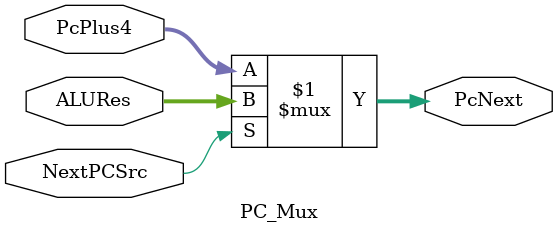
<source format=sv>
module PC_Mux(
    input  logic [31:0] PcPlus4,    // PC + 4 (siguiente instrucción)
    input  logic [31:0] ALURes,     // Dirección destino desde la ALU
    input  logic NextPCSrc,         // Control: 0 = PC+4, 1 = ALU_res
    output logic [31:0] PcNext      // Resultado del MUX (siguiente PC)
);
    // Mux selecciona la dirección siguiente
    assign PcNext = (NextPCSrc) ? ALURes : PcPlus4;

endmodule

</source>
